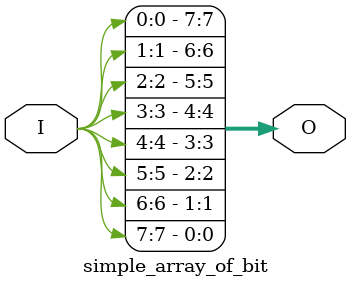
<source format=v>
module simple_array_of_bit(
  input  [7:0] I,
  output [7:0] O
);

  assign O = {I[0], I[1], I[2], I[3], I[4], I[5], I[6], I[7]};
endmodule


</source>
